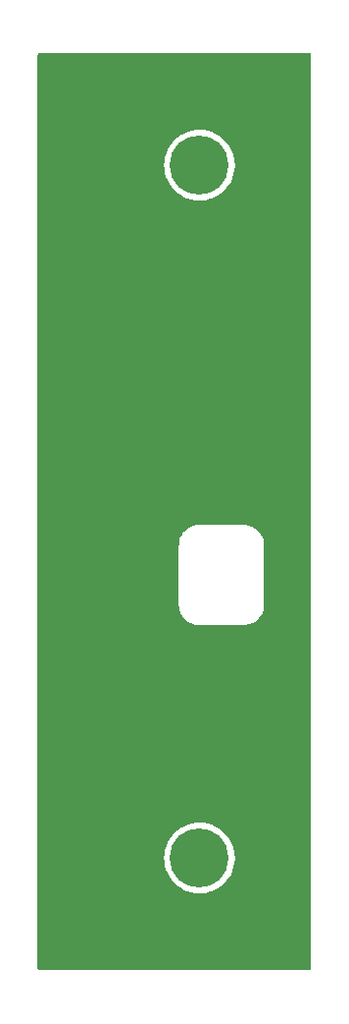
<source format=gbr>
%TF.GenerationSoftware,KiCad,Pcbnew,(6.0.4)*%
%TF.CreationDate,2022-06-06T18:32:31+03:00*%
%TF.ProjectId,I2C_frontal,4932435f-6672-46f6-9e74-616c2e6b6963,rev?*%
%TF.SameCoordinates,Original*%
%TF.FileFunction,Copper,L2,Bot*%
%TF.FilePolarity,Positive*%
%FSLAX46Y46*%
G04 Gerber Fmt 4.6, Leading zero omitted, Abs format (unit mm)*
G04 Created by KiCad (PCBNEW (6.0.4)) date 2022-06-06 18:32:31*
%MOMM*%
%LPD*%
G01*
G04 APERTURE LIST*
%TA.AperFunction,ComponentPad*%
%ADD10C,5.080000*%
%TD*%
G04 APERTURE END LIST*
D10*
%TO.P,J8,*%
%TO.N,*%
X185801000Y-118491000D03*
%TD*%
%TO.P,J7,*%
%TO.N,*%
X185801000Y-58801000D03*
%TD*%
%TA.AperFunction,NonConductor*%
G36*
X195394621Y-49169502D02*
G01*
X195441114Y-49223158D01*
X195452500Y-49275500D01*
X195452500Y-128016500D01*
X195432498Y-128084621D01*
X195378842Y-128131114D01*
X195326500Y-128142500D01*
X171957500Y-128142500D01*
X171889379Y-128122498D01*
X171842886Y-128068842D01*
X171831500Y-128016500D01*
X171831500Y-118448369D01*
X182747995Y-118448369D01*
X182762269Y-118788950D01*
X182814419Y-119125817D01*
X182903794Y-119454772D01*
X183029280Y-119771714D01*
X183189314Y-120072693D01*
X183191299Y-120075592D01*
X183379909Y-120351051D01*
X183379914Y-120351057D01*
X183381900Y-120353958D01*
X183604638Y-120612002D01*
X183854751Y-120843610D01*
X184129124Y-121045895D01*
X184424334Y-121216335D01*
X184504185Y-121251221D01*
X184733482Y-121351399D01*
X184733492Y-121351403D01*
X184736704Y-121352806D01*
X184740061Y-121353845D01*
X184740066Y-121353847D01*
X185058979Y-121452567D01*
X185062339Y-121453607D01*
X185065795Y-121454266D01*
X185065794Y-121454266D01*
X185393730Y-121516823D01*
X185393735Y-121516824D01*
X185397181Y-121517481D01*
X185621197Y-121534718D01*
X185733559Y-121543364D01*
X185733560Y-121543364D01*
X185737056Y-121543633D01*
X185949407Y-121536218D01*
X186074214Y-121531860D01*
X186074219Y-121531860D01*
X186077729Y-121531737D01*
X186246340Y-121506839D01*
X186411473Y-121482454D01*
X186411478Y-121482453D01*
X186414952Y-121481940D01*
X186418344Y-121481044D01*
X186418348Y-121481043D01*
X186741132Y-121395760D01*
X186741133Y-121395760D01*
X186744523Y-121394864D01*
X187062333Y-121271593D01*
X187364422Y-121113665D01*
X187647024Y-120923047D01*
X187906617Y-120702116D01*
X187993738Y-120609342D01*
X188137555Y-120456193D01*
X188137559Y-120456188D01*
X188139966Y-120453625D01*
X188142071Y-120450811D01*
X188142077Y-120450804D01*
X188342052Y-120183491D01*
X188344161Y-120180672D01*
X188516658Y-119886658D01*
X188655306Y-119575249D01*
X188758378Y-119250326D01*
X188824588Y-118915938D01*
X188853113Y-118576253D01*
X188854303Y-118491000D01*
X188835275Y-118150652D01*
X188778426Y-117814545D01*
X188765560Y-117769674D01*
X188685436Y-117490250D01*
X188684467Y-117486870D01*
X188638757Y-117375969D01*
X188555906Y-117174956D01*
X188555902Y-117174948D01*
X188554568Y-117171711D01*
X188390348Y-116872996D01*
X188193854Y-116594448D01*
X187967534Y-116339538D01*
X187714211Y-116111445D01*
X187711361Y-116109404D01*
X187711354Y-116109399D01*
X187439896Y-115915054D01*
X187439893Y-115915052D01*
X187437042Y-115913011D01*
X187139480Y-115746709D01*
X186825235Y-115614613D01*
X186821872Y-115613623D01*
X186821863Y-115613620D01*
X186620552Y-115554372D01*
X186498224Y-115518369D01*
X186215043Y-115468436D01*
X186165983Y-115459785D01*
X186165981Y-115459785D01*
X186162523Y-115459175D01*
X186159014Y-115458954D01*
X186159012Y-115458954D01*
X185825834Y-115437992D01*
X185825828Y-115437992D01*
X185822316Y-115437771D01*
X185725892Y-115442487D01*
X185485350Y-115454251D01*
X185485342Y-115454252D01*
X185481843Y-115454423D01*
X185478375Y-115454985D01*
X185478372Y-115454985D01*
X185148823Y-115508361D01*
X185148820Y-115508362D01*
X185145348Y-115508924D01*
X185141965Y-115509869D01*
X185141963Y-115509869D01*
X185107970Y-115519360D01*
X184817025Y-115600593D01*
X184500967Y-115728289D01*
X184201112Y-115890420D01*
X183921199Y-116084964D01*
X183918557Y-116087277D01*
X183918553Y-116087280D01*
X183682343Y-116294067D01*
X183664716Y-116309498D01*
X183434860Y-116561223D01*
X183234495Y-116837001D01*
X183066121Y-117133394D01*
X183064734Y-117136629D01*
X183064732Y-117136634D01*
X182933219Y-117443477D01*
X182931834Y-117446709D01*
X182833309Y-117773040D01*
X182771773Y-118108320D01*
X182747995Y-118448369D01*
X171831500Y-118448369D01*
X171831500Y-96637963D01*
X184008245Y-96637963D01*
X184008935Y-96642780D01*
X184008935Y-96642784D01*
X184009086Y-96643838D01*
X184010037Y-96652711D01*
X184027126Y-96891714D01*
X184081197Y-97140299D01*
X184082773Y-97144523D01*
X184082773Y-97144525D01*
X184156239Y-97341504D01*
X184170096Y-97378659D01*
X184292011Y-97601941D01*
X184444462Y-97805600D01*
X184624345Y-97985490D01*
X184627952Y-97988190D01*
X184627954Y-97988192D01*
X184824384Y-98135245D01*
X184824389Y-98135248D01*
X184827998Y-98137950D01*
X184831955Y-98140111D01*
X184831960Y-98140114D01*
X185047322Y-98257716D01*
X185047329Y-98257719D01*
X185051275Y-98259874D01*
X185055487Y-98261445D01*
X185055489Y-98261446D01*
X185285413Y-98347209D01*
X185285417Y-98347210D01*
X185289631Y-98348782D01*
X185389321Y-98370470D01*
X185533818Y-98401907D01*
X185533823Y-98401908D01*
X185538214Y-98402863D01*
X185542699Y-98403184D01*
X185542700Y-98403184D01*
X185758619Y-98418631D01*
X185770540Y-98420057D01*
X185774615Y-98420743D01*
X185774617Y-98420743D01*
X185779411Y-98421550D01*
X185785626Y-98421626D01*
X185787098Y-98421644D01*
X185787102Y-98421644D01*
X185791963Y-98421703D01*
X185813417Y-98418631D01*
X185819598Y-98417746D01*
X185837458Y-98416474D01*
X189548720Y-98416474D01*
X189569625Y-98418221D01*
X189574613Y-98419060D01*
X189584608Y-98420742D01*
X189584610Y-98420742D01*
X189589411Y-98421550D01*
X189595687Y-98421627D01*
X189597095Y-98421644D01*
X189597099Y-98421644D01*
X189601963Y-98421703D01*
X189606839Y-98421005D01*
X189607120Y-98420965D01*
X189615983Y-98420015D01*
X189851231Y-98403194D01*
X189855720Y-98402873D01*
X189860111Y-98401918D01*
X189860117Y-98401917D01*
X190019363Y-98367277D01*
X190104312Y-98348799D01*
X190108522Y-98347229D01*
X190108528Y-98347227D01*
X190338460Y-98261469D01*
X190338462Y-98261468D01*
X190342677Y-98259896D01*
X190565963Y-98137975D01*
X190769625Y-97985517D01*
X190949517Y-97805625D01*
X191101975Y-97601963D01*
X191223896Y-97378677D01*
X191237757Y-97341513D01*
X191311227Y-97144528D01*
X191311229Y-97144522D01*
X191312799Y-97140312D01*
X191358678Y-96929396D01*
X191365917Y-96896117D01*
X191365918Y-96896111D01*
X191366873Y-96891720D01*
X191374393Y-96786545D01*
X191382634Y-96671297D01*
X191384058Y-96659387D01*
X191384742Y-96655317D01*
X191385550Y-96650515D01*
X191385703Y-96637963D01*
X191385007Y-96633098D01*
X191381747Y-96610344D01*
X191380474Y-96592479D01*
X191380474Y-91629280D01*
X191382221Y-91608372D01*
X191384742Y-91593392D01*
X191384742Y-91593390D01*
X191385550Y-91588589D01*
X191385703Y-91576037D01*
X191384965Y-91570880D01*
X191384015Y-91562017D01*
X191367194Y-91326769D01*
X191366873Y-91322280D01*
X191365885Y-91317735D01*
X191313755Y-91078084D01*
X191312799Y-91073688D01*
X191311072Y-91069056D01*
X191225469Y-90839540D01*
X191225468Y-90839538D01*
X191223896Y-90835323D01*
X191101975Y-90612037D01*
X190949517Y-90408375D01*
X190769625Y-90228483D01*
X190761835Y-90222651D01*
X190569564Y-90078721D01*
X190565963Y-90076025D01*
X190342677Y-89954104D01*
X190338460Y-89952531D01*
X190108528Y-89866773D01*
X190108522Y-89866771D01*
X190104312Y-89865201D01*
X190019363Y-89846723D01*
X189860117Y-89812083D01*
X189860111Y-89812082D01*
X189855720Y-89811127D01*
X189832491Y-89809466D01*
X189635297Y-89795366D01*
X189623387Y-89793942D01*
X189620540Y-89793463D01*
X189614515Y-89792450D01*
X189608132Y-89792372D01*
X189606822Y-89792356D01*
X189606819Y-89792356D01*
X189601963Y-89792297D01*
X189597155Y-89792986D01*
X189597150Y-89792986D01*
X189574344Y-89796253D01*
X189556479Y-89797526D01*
X185907899Y-89797526D01*
X185886994Y-89795780D01*
X185818344Y-89784230D01*
X185818341Y-89784230D01*
X185813552Y-89783424D01*
X185807555Y-89783351D01*
X185805868Y-89783330D01*
X185805864Y-89783330D01*
X185801000Y-89783271D01*
X185796006Y-89783986D01*
X185795851Y-89784008D01*
X185786984Y-89784959D01*
X185551735Y-89801785D01*
X185547247Y-89802106D01*
X185488513Y-89814883D01*
X185303056Y-89855226D01*
X185303050Y-89855228D01*
X185298659Y-89856183D01*
X185294444Y-89857755D01*
X185294441Y-89857756D01*
X185064509Y-89943516D01*
X185060297Y-89945087D01*
X184837014Y-90067009D01*
X184833411Y-90069706D01*
X184833405Y-90069710D01*
X184676862Y-90186897D01*
X184633355Y-90219466D01*
X184453466Y-90399355D01*
X184446714Y-90408375D01*
X184303710Y-90599405D01*
X184303706Y-90599411D01*
X184301009Y-90603014D01*
X184179087Y-90826297D01*
X184090183Y-91064659D01*
X184089228Y-91069050D01*
X184089226Y-91069056D01*
X184072938Y-91143933D01*
X184036106Y-91313247D01*
X184027938Y-91427455D01*
X184026186Y-91451948D01*
X184025009Y-91462331D01*
X184013474Y-91536412D01*
X184013474Y-96584720D01*
X184011727Y-96605625D01*
X184008398Y-96625411D01*
X184008245Y-96637963D01*
X171831500Y-96637963D01*
X171831500Y-58758369D01*
X182747995Y-58758369D01*
X182762269Y-59098950D01*
X182814419Y-59435817D01*
X182903794Y-59764772D01*
X183029280Y-60081714D01*
X183189314Y-60382693D01*
X183191299Y-60385592D01*
X183379909Y-60661051D01*
X183379914Y-60661057D01*
X183381900Y-60663958D01*
X183604638Y-60922002D01*
X183854751Y-61153610D01*
X184129124Y-61355895D01*
X184424334Y-61526335D01*
X184504185Y-61561221D01*
X184733482Y-61661399D01*
X184733492Y-61661403D01*
X184736704Y-61662806D01*
X184740061Y-61663845D01*
X184740066Y-61663847D01*
X185058979Y-61762567D01*
X185062339Y-61763607D01*
X185065795Y-61764266D01*
X185065794Y-61764266D01*
X185393730Y-61826823D01*
X185393735Y-61826824D01*
X185397181Y-61827481D01*
X185621197Y-61844718D01*
X185733559Y-61853364D01*
X185733560Y-61853364D01*
X185737056Y-61853633D01*
X185949407Y-61846218D01*
X186074214Y-61841860D01*
X186074219Y-61841860D01*
X186077729Y-61841737D01*
X186246340Y-61816839D01*
X186411473Y-61792454D01*
X186411478Y-61792453D01*
X186414952Y-61791940D01*
X186418344Y-61791044D01*
X186418348Y-61791043D01*
X186741132Y-61705760D01*
X186741133Y-61705760D01*
X186744523Y-61704864D01*
X187062333Y-61581593D01*
X187364422Y-61423665D01*
X187647024Y-61233047D01*
X187906617Y-61012116D01*
X187993738Y-60919342D01*
X188137555Y-60766193D01*
X188137559Y-60766188D01*
X188139966Y-60763625D01*
X188142071Y-60760811D01*
X188142077Y-60760804D01*
X188342052Y-60493491D01*
X188344161Y-60490672D01*
X188516658Y-60196658D01*
X188655306Y-59885249D01*
X188758378Y-59560326D01*
X188824588Y-59225938D01*
X188853113Y-58886253D01*
X188854303Y-58801000D01*
X188835275Y-58460652D01*
X188778426Y-58124545D01*
X188765560Y-58079674D01*
X188685436Y-57800250D01*
X188684467Y-57796870D01*
X188638757Y-57685969D01*
X188555906Y-57484956D01*
X188555902Y-57484948D01*
X188554568Y-57481711D01*
X188390348Y-57182996D01*
X188193854Y-56904448D01*
X187967534Y-56649538D01*
X187714211Y-56421445D01*
X187711361Y-56419404D01*
X187711354Y-56419399D01*
X187439896Y-56225054D01*
X187439893Y-56225052D01*
X187437042Y-56223011D01*
X187139480Y-56056709D01*
X186825235Y-55924613D01*
X186821872Y-55923623D01*
X186821863Y-55923620D01*
X186620552Y-55864372D01*
X186498224Y-55828369D01*
X186215043Y-55778436D01*
X186165983Y-55769785D01*
X186165981Y-55769785D01*
X186162523Y-55769175D01*
X186159014Y-55768954D01*
X186159012Y-55768954D01*
X185825834Y-55747992D01*
X185825828Y-55747992D01*
X185822316Y-55747771D01*
X185725891Y-55752487D01*
X185485350Y-55764251D01*
X185485342Y-55764252D01*
X185481843Y-55764423D01*
X185478375Y-55764985D01*
X185478372Y-55764985D01*
X185148823Y-55818361D01*
X185148820Y-55818362D01*
X185145348Y-55818924D01*
X185141965Y-55819869D01*
X185141963Y-55819869D01*
X185107970Y-55829360D01*
X184817025Y-55910593D01*
X184500967Y-56038289D01*
X184201112Y-56200420D01*
X183921199Y-56394964D01*
X183918557Y-56397277D01*
X183918553Y-56397280D01*
X183682343Y-56604067D01*
X183664716Y-56619498D01*
X183434860Y-56871223D01*
X183234495Y-57147001D01*
X183066121Y-57443394D01*
X183064734Y-57446629D01*
X183064732Y-57446634D01*
X182933219Y-57753477D01*
X182931834Y-57756709D01*
X182833309Y-58083040D01*
X182771773Y-58418320D01*
X182747995Y-58758369D01*
X171831500Y-58758369D01*
X171831500Y-49275500D01*
X171851502Y-49207379D01*
X171905158Y-49160886D01*
X171957500Y-49149500D01*
X195326500Y-49149500D01*
X195394621Y-49169502D01*
G37*
%TD.AperFunction*%
M02*

</source>
